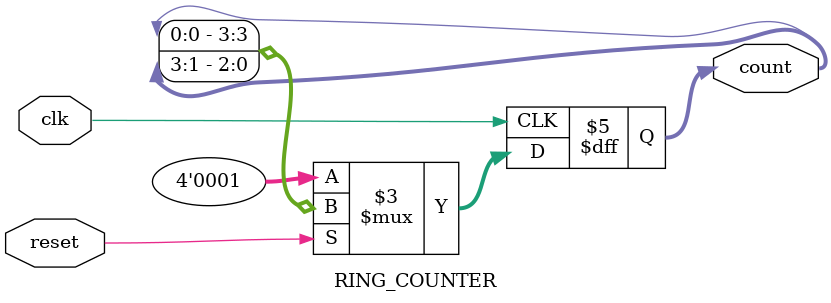
<source format=v>
`timescale 1ns / 1ps


module RING_COUNTER ( clk,
     reset, count );
	 parameter WIDTH=4;
	 input clk,reset;
	 output reg [WIDTH-1:0] count;
	 always@(posedge clk)
begin
if(reset)
count={count[0],count[WIDTH-1:1]};
else 
count=4'b0001;
end
endmodule
</source>
